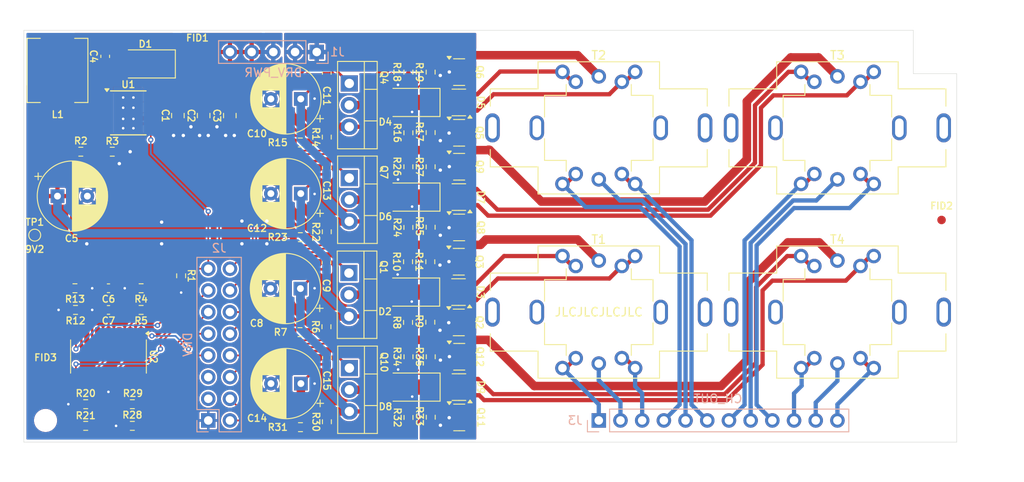
<source format=kicad_pcb>
(kicad_pcb (version 20240108) (generator "pcbnew") (generator_version "8.0")
  (title_block (title "SW32 - Output Board") (date "2024-06-01") (rev "1") (company "saawsm"))
  (layers (0 "F.Cu" signal) (31 "B.Cu" signal) (34 "B.Paste" user) (35 "F.Paste" user) (36 "B.SilkS" user "B.Silkscreen") (37 "F.SilkS" user "F.Silkscreen") (38 "B.Mask" user) (39 "F.Mask" user) (44 "Edge.Cuts" user))
  (net 0 "")
  (net 1 "GND")
  (net 2 "VIN")
  (net 3 "Net-(U1-BOOT)")
  (net 4 "Net-(D1-K)")
  (net 5 "+9V")
  (net 6 "Net-(Q1-G)")
  (net 7 "Net-(Q1-D)")
  (net 8 "Net-(Q4-G)")
  (net 9 "Net-(Q4-D)")
  (net 10 "Net-(Q7-G)")
  (net 11 "Net-(Q7-D)")
  (net 12 "Net-(Q10-G)")
  (net 13 "Net-(Q10-D)")
  (net 14 "Net-(D2-A1)")
  (net 15 "Net-(D3A-A)")
  (net 16 "Net-(Q3-D)")
  (net 17 "Net-(D4-A1)")
  (net 18 "Net-(D5A-A)")
  (net 19 "Net-(Q6-D)")
  (net 20 "Net-(D6-A1)")
  (net 21 "Net-(D7A-A)")
  (net 22 "Net-(Q9-D)")
  (net 23 "Net-(D8-A1)")
  (net 24 "Net-(D9A-A)")
  (net 25 "Net-(Q12-D)")
  (net 26 "/DRV_EN")
  (net 27 "/CH2_LVL")
  (net 28 "/CH3_LVL")
  (net 29 "/CH4_LVL")
  (net 30 "/CH1_LVL")
  (net 31 "/CH4_GA")
  (net 32 "/CH1_GB")
  (net 33 "/CH4_GB")
  (net 34 "/CH1_GA")
  (net 35 "/CH3_GB")
  (net 36 "/CH3_GA")
  (net 37 "/CH2_GB")
  (net 38 "/CH2_GA")
  (net 39 "/Channel 2/OUTA")
  (net 40 "/Channel 4/OUTM")
  (net 41 "/Channel 2/OUTM")
  (net 42 "/Channel 3/OUTA")
  (net 43 "/Channel 4/OUTA")
  (net 44 "/Channel 4/OUTB")
  (net 45 "/Channel 2/OUTB")
  (net 46 "/Channel 1/OUTA")
  (net 47 "/Channel 1/OUTB")
  (net 48 "/Channel 1/OUTM")
  (net 49 "/Channel 3/OUTM")
  (net 50 "/Channel 3/OUTB")
  (net 51 "/PGND")
  (net 52 "Net-(Q2-G)")
  (net 53 "Net-(Q3-G)")
  (net 54 "Net-(Q5-G)")
  (net 55 "Net-(Q6-G)")
  (net 56 "Net-(Q8-G)")
  (net 57 "Net-(Q9-G)")
  (net 58 "Net-(Q11-G)")
  (net 59 "Net-(Q12-G)")
  (net 60 "Net-(U1-VSENSE)")
  (net 61 "Net-(U2A--)")
  (net 63 "Net-(U2B--)")
  (net 65 "Net-(U2C--)")
  (net 66 "Net-(R5-Pad1)")
  (net 67 "Net-(U2D--)")
  (net 68 "Net-(R13-Pad1)")
  (net 71 "Net-(R21-Pad1)")
  (net 72 "Net-(R29-Pad1)")
  (footprint "Capacitor_SMD:C_0603_1608Metric" (layer "F.Cu") (at 112.520381 75.037197 90)
    (property "Reference" "C4")
    (property "Value" "10nF")
  )
  (footprint "Resistor_SMD:R_0603_1608Metric" (layer "F.Cu") (at 148.017032 83.996371 90)
    (property "Reference" "R16")
    (property "Value" "100k")
  )
  (footprint "Resistor_SMD:R_0603_1608Metric" (layer "F.Cu") (at 135.368788 96.228697)
    (property "Reference" "R23")
    (property "Value" "1k")
  )
  (footprint "Resistor_SMD:R_0603_1608Metric" (layer "F.Cu") (at 135.368788 85.136197)
    (property "Reference" "R15")
    (property "Value" "1k")
  )
  (footprint "Resistor_SMD:R_0603_1608Metric" (layer "F.Cu") (at 138.475276 117.862197 90)
    (property "Reference" "R30")
    (property "Value" "2k")
  )
  (footprint "Capacitor_SMD:C_0603_1608Metric" (layer "F.Cu") (at 112.903032 104.755197 180)
    (property "Reference" "C7")
    (property "Value" "100nF")
  )
  (footprint "Capacitor_SMD:C_0603_1608Metric" (layer "F.Cu") (at 138.422032 99.220197 90)
    (property "Reference" "C9")
    (property "Value" "100nF")
  )
  (footprint "Resistor_SMD:R_0603_1608Metric" (layer "F.Cu") (at 150.622032 83.970371 -90)
    (property "Reference" "R17")
    (property "Value" "100")
  )
  (footprint "Resistor_SMD:R_0603_1608Metric" (layer "F.Cu") (at 148.030276 110.245371 -90)
    (property "Reference" "R34")
    (property "Value" "100k")
  )
  (footprint "Package_TO_SOT_SMD:SOT-23" (layer "F.Cu") (at 153.956032 83.996371)
    (property "Reference" "Q5")
    (property "Value" "AO3400A")
  )
  (footprint "SaawLib:L_CJIANG_FXL0630" (layer "F.Cu") (at 106.932381 76.688197 -90)
    (property "Reference" "L1")
    (property "Value" "15uH")
  )
  (footprint "Diode_SMD:D_SMA" (layer "F.Cu") (at 117.222381 75.926197 180)
    (property "Reference" "D1")
    (property "Value" "SS34")
  )
  (footprint "Resistor_SMD:R_0603_1608Metric" (layer "F.Cu") (at 147.977032 106.221371 90)
    (property "Reference" "R8")
    (property "Value" "100k")
  )
  (footprint "Resistor_SMD:R_0603_1608Metric" (layer "F.Cu") (at 135.382032 118.497197)
    (property "Reference" "R31")
    (property "Value" "1k")
  )
  (footprint "Package_TO_SOT_THT:TO-220-3_Vertical" (layer "F.Cu") (at 141.097032 78.212197 -90)
    (property "Reference" "Q4")
    (property "Value" "IRF9Z24NPBF")
  )
  (footprint "Package_SO:TI_SO-PowerPAD-8_ThermalVias" (layer "F.Cu") (at 115.222381 81.663197)
    (property "Reference" "U1")
    (property "Value" "TPS5430DDA")
  )
  (footprint "Resistor_SMD:R_0603_1608Metric" (layer "F.Cu") (at 113.347381 86.213197)
    (property "Reference" "R3")
    (property "Value" "1.5k")
  )
  (footprint "Package_TO_SOT_SMD:SOT-23-3" (layer "F.Cu") (at 153.924032 91.532871 180)
    (property "Reference" "D7")
    (property "Value" "BAV23CL")
  )
  (footprint "Package_TO_SOT_SMD:SOT-23" (layer "F.Cu") (at 153.969276 110.245371)
    (property "Reference" "Q12")
    (property "Value" "AO3400A")
  )
  (footprint "Resistor_SMD:R_0603_1608Metric" (layer "F.Cu") (at 150.622032 87.976871 90)
    (property "Reference" "R27")
    (property "Value" "100")
  )
  (footprint "Package_TO_SOT_SMD:SOT-23" (layer "F.Cu") (at 153.969276 117.357371)
    (property "Reference" "Q11")
    (property "Value" "AO3400A")
  )
  (footprint "Resistor_SMD:R_0603_1608Metric" (layer "F.Cu") (at 121.412032 100.754197 -90)
    (property "Reference" "R1")
    (property "Value" "100k")
  )
  (footprint "SaawLib:42TL_TU" (layer "F.Cu") (at 198.247032 105.009197 -90)
    (property "Reference" "T4")
    (property "Value" "42TL004/42TU200")
  )
  (footprint "TestPoint:TestPoint_Pad_D1.0mm" (layer "F.Cu") (at 104.267032 95.992197)
    (property "Reference" "TP1")
    (property "Value" "9V2")
  )
  (footprint "Resistor_SMD:R_0603_1608Metric" (layer "F.Cu") (at 150.635276 117.331371 -90)
    (property "Reference" "R33")
    (property "Value" "100")
  )
  (footprint "Resistor_SMD:R_0603_1608Metric" (layer "F.Cu") (at 116.726032 104.755197 180)
    (property "Reference" "R5")
    (property "Value" "10k")
  )
  (footprint "SaawLib:42TL_TU" (layer "F.Cu") (at 170.307032 105.009197 -90)
    (property "Reference" "T1")
    (property "Value" "42TL004/42TU200")
  )
  (footprint "Capacitor_SMD:C_0603_1608Metric" (layer "F.Cu") (at 138.462032 88.087697 90)
    (property "Reference" "C13")
    (property "Value" "100nF")
  )
  (footprint "Capacitor_SMD:C_0805_2012Metric" (layer "F.Cu") (at 121.031032 81.977082 90)
    (property "Reference" "C1")
    (property "Value" "22uF")
  )
  (footprint "MountingHole:MountingHole_2.2mm_M2" (layer "F.Cu") (at 105.537032 117.709197)
    (property "Reference" "H2")
    (property "Value" "MountingHole")
  )
  (footprint "Resistor_SMD:R_0603_1608Metric" (layer "F.Cu") (at 138.462032 84.501197 90)
    (property "Reference" "R14")
    (property "Value" "2k")
  )
  (footprint "Resistor_SMD:R_0603_1608Metric" (layer "F.Cu") (at 110.236032 115.804197)
    (property "Reference" "R20")
    (property "Value" "10k")
  )
  (footprint "Fiducial:Fiducial_1mm_Mask2mm" (layer "F.Cu") (at 105.537032 111.994197)
    (property "Reference" "FID3")
    (property "Value" "Fiducial")
  )
  (footprint "Resistor_SMD:R_0603_1608Metric" (layer "F.Cu") (at 150.622032 95.062871 -90)
    (property "Reference" "R25")
    (property "Value" "100")
  )
  (footprint "Capacitor_SMD:C_0805_2012Metric" (layer "F.Cu") (at 124.045683 81.977082 90)
    (property "Reference" "C2")
    (property "Value" "22uF")
  )
  (footprint "Resistor_SMD:R_0603_1608Metric" (layer "F.Cu") (at 138.422032 106.726197 90)
    (property "Reference" "R6")
    (property "Value" "2k")
  )
  (footprint "Resistor_SMD:R_0603_1608Metric" (layer "F.Cu") (at 115.697032 118.344197)
    (property "Reference" "R28")
    (property "Value" "10k")
  )
  (footprint "Package_TO_SOT_SMD:SOT-23" (layer "F.Cu") (at 153.956032 95.088871)
    (property "Reference" "Q8")
    (property "Value" "AO3400A")
  )
  (footprint "Resistor_SMD:R_0603_1608Metric" (layer "F.Cu") (at 108.979032 102.215197)
    (property "Reference" "R13")
    (property "Value" "10k")
  )
  (footprint "Package_TO_SOT_SMD:SOT-23" (layer "F.Cu") (at 153.916032 99.109371)
    (property "Reference" "Q3")
    (property "Value" "AO3400A")
  )
  (footprint "Capacitor_THT:CP_Radial_D8.0mm_P3.50mm" (layer "F.Cu") (at 135.375683 102.252023 180)
    (property "Reference" "C8")
    (property "Value" "220uF")
  )
  (footprint "Diode_SMD:D_SMA" (layer "F.Cu") (at 148.209032 80.440371 180)
    (property "Reference" "D4")
    (property "Value" "SMAJ13A")
  )
  (footprint "Resistor_SMD:R_0603_1608Metric" (layer "F.Cu") (at 148.017032 87.976871 -90)
    (property "Reference" "R26")
    (property "Value" "100k")
  )
  (footprint "Package_TO_SOT_SMD:SOT-23-3" (layer "F.Cu") (at 153.924032 80.440371 180)
    (property "Reference" "D5")
    (property "Value" "BAV23CL")
  )
  (footprint "Resistor_SMD:R_0603_1608Metric" (layer "F.Cu") (at 138.462032 95.593697 90)
    (property "Reference" "R22")
    (property "Value" "2k")
  )
  (footprint "Resistor_SMD:R_0603_1608Metric" (layer "F.Cu") (at 147.977032 99.109371 -90)
    (property "Reference" "R10")
    (property "Value" "100k")
  )
  (footprint "Diode_SMD:D_SMA" (layer "F.Cu") (at 148.209032 91.532871 180)
    (property "Reference" "D6")
    (property "Value" "SMAJ13A")
  )
  (footprint "Resistor_SMD:R_0603_1608Metric" (layer "F.Cu") (at 109.043032 104.755197)
    (property "Reference" "R12")
    (property "Value" "10k")
  )
  (footprint "Diode_SMD:D_SMA" (layer "F.Cu") (at 148.169032 102.665371 180)
    (property "Reference" "D2")
    (property "Value" "SMAJ13A")
  )
  (footprint "Resistor_SMD:R_0603_1608Metric" (layer "F.Cu") (at 115.697032 115.804197 180)
    (property "Reference" "R29")
    (property "Value" "10k")
  )
  (footprint "Fiducial:Fiducial_1mm_Mask2mm" (layer "F.Cu") (at 123.317032 74.529197)
    (property "Reference" "FID1")
    (property "Value" "Fiducial")
  )
  (footprint "SaawLib:42TL_TU" (layer "F.Cu") (at 170.307032 83.419197 -90)
    (property "Reference" "T2")
    (property "Value" "42TL004/42TU200")
  )
  (footprint "Package_SO:SOIC-14_3.9x8.7mm_P1.27mm" (layer "F.Cu") (at 112.903032 110.216197 -90)
    (property "Reference" "U2")
    (property "Value" "LM324DT")
  )
  (footprint "Package_TO_SOT_SMD:SOT-23" (layer "F.Cu") (at 153.956032 76.884371)
    (property "Reference" "Q6")
    (property "Value" "AO3400A")
  )
  (footprint "Capacitor_SMD:C_0603_1608Metric" (layer "F.Cu") (at 112.903032 102.215197 180)
    (property "Reference" "C6")
    (property "Value" "1uF")
  )
  (footprint "Package_TO_SOT_SMD:SOT-23-3" (layer "F.Cu") (at 153.937276 113.801371 180)
    (property "Reference" "D9")
    (property "Value" "BAV23CL")
  )
  (footprint "Package_TO_SOT_SMD:SOT-23" (layer "F.Cu") (at 153.916032 106.221371)
    (property "Reference" "Q2")
    (property "Value" "AO3400A")
  )
  (footprint "Diode_SMD:D_SMA" (layer "F.Cu") (at 148.222276 113.801371 180)
    (property "Reference" "D8")
    (property "Value" "SMAJ13A")
  )
  (footprint "Resistor_SMD:R_0603_1608Metric" (layer "F.Cu") (at 150.635276 110.245371 90)
    (property "Reference" "R35")
    (property "Value" "100")
  )
  (footprint "Package_TO_SOT_SMD:SOT-23-3" (layer "F.Cu") (at 153.884032 102.665371 180)
    (property "Reference" "D3")
    (property "Value" "BAV23CL")
  )
  (footprint "Capacitor_SMD:C_0603_1608Metric" (layer "F.Cu") (at 138.475276 110.356197 90)
    (property "Reference" "C15")
    (property "Value" "100nF")
  )
  (footprint "Capacitor_SMD:C_0603_1608Metric" (layer "F.Cu") (at 138.462032 76.995197 90)
    (property "Reference" "C11")
    (property "Value" "100nF")
  )
  (footprint "MountingHole:MountingHole_2.2mm_M2" (layer "F.Cu") (at 209.677032 117.709197)
    (property "Reference" "H3")
    (property "Value" "MountingHole")
  )
  (footprint "Resistor_SMD:R_0603_1608Metric" (layer "F.Cu") (at 135.328788 107.361197)
    (property "Reference" "R7")
    (property "Value" "1k")
  )
  (footprint "Capacitor_THT:CP_Radial_D8.0mm_P3.50mm" (layer "F.Cu") (at 106.932381 91.420197)
    (property "Reference" "C5")
    (property "Value" "220uF")
  )
  (footprint "Capacitor_THT:CP_Radial_D8.0mm_P3.50mm" (layer "F.Cu") (at 135.428927 113.388023 180)
    (property "Reference" "C14")
    (property "Value" "220uF")
  )
  (footprint "Resistor_SMD:R_0603_1608Metric" (layer "F.Cu") (at 150.622032 76.884371 90)
    (property "Reference" "R19")
    (property "Value" "100")
  )
  (footprint "Resistor_SMD:R_0603_1608Metric" (layer "F.Cu") (at 116.726032 102.215197)
    (property "Reference" "R4")
    (property "Value" "10k")
  )
  (footprint "Resistor_SMD:R_0603_1608Metric" (layer "F.Cu") (at 150.582032 99.109371 90)
    (property "Reference" "R11")
    (property "Value" "100")
  )
  (footprint "Resistor_SMD:R_0603_1608Metric" (layer "F.Cu") (at 148.017032 76.884371 -90)
    (property "Reference" "R18")
    (property "Value" "100k")
  )
  (footprint "Resistor_SMD:R_0603_1608Metric" (layer "F.Cu") (at 150.582032 106.195371 -90)
    (property "Reference" "R9")
    (property "Value" "100")
  )
  (footprint "Package_TO_SOT_SMD:SOT-23" (layer "F.Cu") (at 153.956032 87.976871)
    (property "Reference" "Q9")
    (property "Value" "AO3400A")
  )
  (footprint "Resistor_SMD:R_0603_1608Metric" (layer "F.Cu") (at 148.017032 95.088871 90)
    (property "Reference" "R24")
    (property "Value" "100k")
  )
  (footprint "Resistor_SMD:R_0603_1608Metric" (layer "F.Cu") (at 110.236032 118.344197)
    (property "Reference" "R21")
    (property "Value" "10k")
  )
  (footprint "SaawLib:42TL_TU" (layer "F.Cu") (at 198.247032 83.419197 -90)
    (property "Reference" "T3")
    (property "Value" "42TL004/42TU200")
  )
  (footprint "Resistor_SMD:R_0603_1608Metric" (layer "F.Cu") (at 148.030276 117.357371 90)
    (property "Reference" "R32")
    (property "Value" "100k")
  )
  (footprint "Capacitor_SMD:C_0805_2012Metric" (layer "F.Cu") (at 127.112233 81.977082 90)
    (property "Reference" "C3")
    (property "Value" "22uF")
  )
  (footprint "Package_TO_SOT_THT:TO-220-3_Vertical" (layer "F.Cu") (at 141.110276 111.573197 -90)
    (property "Reference" "Q10")
    (property "Value" "IRF9Z24NPBF")
  )
  (footprint "Resistor_SMD:R_0603_1608Metric" (layer "F.Cu") (at 109.663381 86.213197 180)
    (property "Reference" "R2")
    (property "Value" "10k")
  )
  (footprint "Package_TO_SOT_THT:TO-220-3_Vertical" (layer "F.Cu") (at 141.097032 89.304697 -90)
    (property "Reference" "Q7")
    (property "Value" "IRF9Z24NPBF")
  )
  (footprint "Fiducial:Fiducial_1mm_Mask2mm" (layer "F.Cu") (at 210.439032 94.214197)
    (property "Reference" "FID2")
    (property "Value" "Fiducial")
  )
  (footprint "MountingHole:MountingHole_2.2mm_M2" (layer "F.Cu") (at 184.277032 74.529197)
    (property "Reference" "H1")
    (property "Value" "MountingHole")
  )
  (footprint "Capacitor_THT:CP_Radial_D8.0mm_P3.50mm" (layer "F.Cu") (at 135.415683 91.119523 180)
    (property "Reference" "C12")
    (property "Value" "220uF")
  )
  (footprint "Capacitor_THT:CP_Radial_D8.0mm_P3.50mm" (layer "F.Cu") (at 135.415683 80.027023 180)
    (property "Reference" "C10")
    (property "Value" "220uF")
  )
  (footprint "Package_TO_SOT_THT:TO-220-3_Vertical" (layer "F.Cu") (at 141.057032 100.437197 -90)
    (property "Reference" "Q1")
    (property "Value" "IRF9Z24NPBF")
  )
  (footprint "Connector_PinHeader_2.54mm:PinHeader_2x08_P2.54mm_Vertical" (layer "B.Cu") (at 124.587032 117.709197)
    (property "Reference" "J2")
    (property "Value" "DRV")
  )
  (footprint "Connector_PinSocket_2.54mm:PinSocket_1x12_P2.54mm_Vertical" (layer "B.Cu") (at 170.307032 117.709197 -90)
    (property "Reference" "J3")
    (property "Value" "CH_OUT")
  )
  (footprint "Connector_PinHeader_2.54mm:PinHeader_1x05_P2.54mm_Vertical" (layer "B.Cu") (at 137.287032 74.529197 90)
    (property "Reference" "J1")
    (property "Value" "DRV_PWR")
  )
  (gr_line (start 102.997032 71.989197) (end 207.137032 71.989197) (stroke (width 0.05)) (layer "Edge.Cuts"))
  (gr_line (start 102.997032 120.249197) (end 212.217032 120.249197) (stroke (width 0.05)) (layer "Edge.Cuts"))
  (gr_line (start 212.217032 120.249197) (end 212.217032 77.069197) (stroke (width 0.05)) (layer "Edge.Cuts"))
  (gr_line (start 207.137032 71.989197) (end 207.137032 77.069197) (stroke (width 0.05)) (layer "Edge.Cuts"))
  (gr_line (start 102.997032 120.249197) (end 102.997032 71.989197) (stroke (width 0.05)) (layer "Edge.Cuts"))
  (gr_line (start 207.137032 77.069197) (end 212.217032 77.069197) (stroke (width 0.05)) (layer "Edge.Cuts"))
  (gr_text "JLCJLCJLCJLC" (at 170.307032 105.009197 0) (layer "F.SilkS") (effects (font (size 1 1) (thickness 0.15) (bold yes))))
  (segment (start 119.275032 82.298197) (end 119.903917 82.927082) (width 0.5) (layer "F.Cu") (net 1))
  (segment (start 117.922381 82.298197) (end 119.275032 82.298197) (width 0.5) (layer "F.Cu") (net 1))
  (segment (start 117.922381 82.298197) (end 115.857381 82.298197) (width 0.5) (layer "F.Cu") (net 1))
  (segment (start 115.857381 82.298197) (end 115.222381 81.663197) (width 0.5) (layer "F.Cu") (net 1))
  (segment (start 119.903917 82.927082) (end 121.031032 82.927082) (width 0.5) (layer "F.Cu") (net 1))
  (via (at 114.173032 87.610197) (size 0.8) (drill 0.4) (layers "F.Cu" "B.Cu") (net 1))
  (via (at 114.808032 102.215197) (size 0.6) (drill 0.3) (layers "F.Cu" "B.Cu") (net 1))
  (via (at 119.126032 97.008197) (size 0.8) (drill 0.4) (layers "F.Cu" "B.Cu") (net 1))
  (via (at 121.666032 84.308197) (size 0.8) (drill 0.4) (layers "F.Cu" "B.Cu") (net 1))
  (via (at 120.523032 84.308197) (size 0.8) (drill 0.4) (layers "F.Cu" "B.Cu") (net 1))
  (via (at 124.587032 84.308197) (size 0.8) (drill 0.4) (layers "F.Cu" "B.Cu") (net 1))
  (via (at 119.126032 94.468197) (size 0.8) (drill 0.4) (layers "F.Cu" "B.Cu") (net 1))
  (via (at 126.619032 84.308197) (size 0.8) (drill 0.4) (layers "F.Cu" "B.Cu") (net 1))
  (via (at 113.792032 118.344197) (size 0.6) (drill 0.3) (layers "F.Cu" "B.Cu") (net 1))
  (via (at 127.635032 84.308197) (size 0.8) (drill 0.4) (layers "F.Cu" "B.Cu") (net 1))
  (via (at 146.758788 100.604197) (size 0.6) (drill 0.3) (layers "F.Cu" "B.Cu") (net 1))
  (via (at 108.204032 115.804197) (size 0.6) (drill 0.3) (layers "F.Cu" "B.Cu") (net 1))
  (via (at 110.998032 104.755197) (size 0.6) (drill 0.3) (layers "F.Cu" "B.Cu") (net 1))
  (via (at 125.603032 83.292197) (size 0.8) (drill 0.4) (layers "F.Cu" "B.Cu") (net 1))
  (via (at 110.363032 97.008197) (size 0.8) (drill 0.4) (layers "F.Cu" "B.Cu") (net 1))
  (via (at 137.033032 91.166197) (size 0.6) (drill 0.3) (layers "F.Cu" "B.Cu") (net 1))
  (via (at 110.998032 102.215197) (size 0.6) (drill 0.3) (layers "F.Cu" "B.Cu") (net 1))
  (via (at 128.524032 97.008197) (size 0.8) (drill 0.4) (layers "F.Cu" "B.Cu") (net 1))
  (via (at 146.812032 111.740197) (size 0.6) (drill 0.3) (layers "F.Cu" "B.Cu") (net 1))
  (via (at 148.409788 103.779197) (size 0.6) (drill 0.3) (layers "F.Cu" "B.Cu") (net 1))
  (via (at 137.033032 102.215197) (size 0.6) (drill 0.3) (layers "F.Cu" "B.Cu") (net 1))
  (via (at 137.033032 113.391197) (size 0.6) (drill 0.3) (layers "F.Cu" "B.Cu") (net 1))
  (via (at 146.798788 89.471697) (size 0.6) (drill 0.3) (layers "F.Cu" "B.Cu") (net 1))
  (via (at 131.445032 94.341197) (size 0.8) (drill 0.4) (layers "F.Cu" "B.Cu") (net 1))
  (via (at 137.033032 79.990197) (size 0.6) (drill 0.3) (layers "F.Cu" "B.Cu") (net 1))
  (via (at 128.524032 94.341197) (size 0.8) (drill 0.4) (layers "F.Cu" "B.Cu") (net 1))
  (via (at 107.061032 104.755197) (size 0.6) (drill 0.3) (layers "F.Cu" "B.Cu") (net 1))
  (via (at 122.555032 83.292197) (size 0.8) (drill 0.4) (layers "F.Cu" "B.Cu") (net 1))
  (via (at 148.449788 81.554197) (size 0.6) (drill 0.3) (layers "F.Cu" "B.Cu") (net 1))
  (via (at 123.571032 84.308197) (size 0.8) (drill 0.4) (layers "F.Cu" "B.Cu") (net 1))
  (via (at 131.445032 97.008197) (size 0.8) (drill 0.4) (layers "F.Cu" "B.Cu") (net 1))
  (via (at 148.449788 92.646697) (size 0.6) (drill 0.3) (layers "F.Cu" "B.Cu") (net 1))
  (via (at 121.412032 102.723197) (size 0.6) (drill 0.3) (layers "F.Cu" "B.Cu") (net 1))
  (via (at 115.443032 86.213197) (size 0.8) (drill 0.4) (layers "F.Cu" "B.Cu") (net 1))
  (via (at 148.463032 114.915197) (size 0.6) (drill 0.3) (layers "F.Cu" "B.Cu") (net 1))
  (via (at 112.896788 114.360481) (size 0.6) (drill 0.3) (layers "F.Cu" "B.Cu") (net 1))
  (via (at 146.798788 78.379197) (size 0.6) (drill 0.3) (layers "F.Cu" "B.Cu") (net 1))
  (segment (start 112.520381 79.756197) (end 112.522381 79.758197) (width 0.3) (layer "F.Cu") (net 3))
  (segment (start 112.520381 75.812197) (end 112.520381 79.756197) (width 0.3) (layer "F.Cu") (net 3))
  (segment (start 145.897032 91.532871) (end 146.209032 91.532871) (width 0.5) (layer "F.Cu") (net 5))
  (segment (start 145.910276 113.801371) (end 146.222276 113.801371) (width 0.5) (layer "F.Cu") (net 5))
  (segment (start 141.110276 116.653197) (end 143.05845 116.653197) (width 0.5) (layer "F.Cu") (net 5))
  (segment (start 137.363962 94.384697) (end 141.097032 94.384697) (width 1) (layer "F.Cu") (net 5))
  (segment (start 135.415683 81.343918) (end 137.363962 83.292197) (width 1) (layer "F.Cu") (net 5))
  (segment (start 108.394532 93.325197) (end 107.823032 93.325197) (width 0.3) (layer "F.Cu") (net 5))
  (segment (start 137.685753 111.131197) (end 135.428927 113.388023) (width 0.3) (layer "F.Cu") (net 5))
  (segment (start 135.375683 102.252023) (end 135.375683 103.568918) (width 1) (layer "F.Cu") (net 5))
  (segment (start 135.428927 114.704918) (end 137.377206 116.653197) (width 1) (layer "F.Cu") (net 5))
  (segment (start 141.057032 105.517197) (end 143.005206 105.517197) (width 0.5) (layer "F.Cu") (net 5))
  (segment (start 137.323962 105.517197) (end 141.057032 105.517197) (width 1) (layer "F.Cu") (net 5))
  (segment (start 141.097032 94.384697) (end 143.045206 94.384697) (width 0.5) (layer "F.Cu") (net 5))
  (segment (start 137.363962 83.292197) (end 141.097032 83.292197) (width 1) (layer "F.Cu") (net 5))
  (segment (start 138.462032 77.770197) (end 137.672509 77.770197) (width 0.3) (layer "F.Cu") (net 5))
  (segment (start 143.05845 116.653197) (end 145.910276 113.801371) (width 0.5) (layer "F.Cu") (net 5))
  (segment (start 145.897032 80.440371) (end 146.209032 80.440371) (width 0.5) (layer "F.Cu") (net 5))
  (segment (start 135.415683 91.119523) (end 135.415683 92.436418) (width 1) (layer "F.Cu") (net 5))
  (segment (start 135.415683 80.027023) (end 135.415683 81.343918) (width 1) (layer "F.Cu") (net 5))
  (segment (start 138.462032 88.862697) (end 137.672509 88.862697) (width 0.3) (layer "F.Cu") (net 5))
  (segment (start 135.375683 103.568918) (end 137.323962 105.517197) (width 1) (layer "F.Cu") (net 5))
  (segment (start 137.632509 99.995197) (end 135.375683 102.252023) (width 0.3) (layer "F.Cu") (net 5))
  (segment (start 143.045206 83.292197) (end 145.897032 80.440371) (width 0.5) (layer "F.Cu") (net 5))
  (segment (start 108.838381 86.213197) (end 108.838381 92.881348) (width 0.3) (layer "F.Cu") (net 5))
  (segment (start 110.363032 99.294197) (end 108.077032 97.008197) (width 0.3) (layer "F.Cu") (net 5))
  (segment (start 143.005206 105.517197) (end 145.857032 102.665371) (width 0.5) (layer "F.Cu") (net 5))
  (segment (start 135.415683 92.436418) (end 137.363962 94.384697) (width 1) (layer "F.Cu") (net 5))
  (segment (start 145.857032 102.665371) (end 146.169032 102.665371) (width 0.5) (layer "F.Cu") (net 5))
  (segment (start 113.678032 104.755197) (end 112.903032 105.530197) (width 0.3) (layer "F.Cu") (net 5))
  (segment (start 143.045206 94.384697) (end 145.897032 91.532871) (width 0.5) (layer "F.Cu") (net 5))
  (segment (start 112.903032 105.530197) (end 112.903032 107.741197) (width 0.3) (layer "F.Cu") (net 5))
  (segment (start 113.678032 102.215197) (end 113.678032 101.466197) (width 0.3) (layer "F.Cu") (net 5))
  (segment (start 141.057032 105.517197) (end 140.970032 105.430197) (width 1) (layer "F.Cu") (net 5))
  (segment (start 141.097032 94.384697) (end 141.010032 94.297697) (width 1) (layer "F.Cu") (net 5))
  (segment (start 141.110276 116.653197) (end 141.023276 116.566197) (width 1) (layer "F.Cu") (net 5))
  (segment (start 113.678032 104.755197) (end 113.678032 102.215197) (width 0.3) (layer "F.Cu") (net 5))
  (segment (start 137.377206 116.653197) (end 141.110276 116.653197) (width 1) (layer "F.Cu") (net 5))
  (segment (start 141.097032 83.292197) (end 143.045206 83.292197) (width 0.5) (layer "F.Cu") (net 5))
  (segment (start 137.672509 77.770197) (end 135.415683 80.027023) (width 0.3) (layer "F.Cu") (net 5))
  (segment (start 135.428927 113.388023) (end 135.428927 114.704918) (width 1) (layer "F.Cu") (net 5))
  (segment (start 108.838381 92.881348) (end 108.394532 93.325197) (width 0.3) (layer "F.Cu") (net 5))
  (segment (start 111.506032 99.294197) (end 110.363032 99.294197) (width 0.3) (layer "F.Cu") (net 5))
  (segment (start 113.678032 101.466197) (end 111.506032 99.294197) (width 0.3) (layer "F.Cu") (net 5))
  (segment (start 141.097032 83.292197) (end 141.010032 83.205197) (width 1) (layer "F.Cu") (net 5))
  (segment (start 138.422032 99.995197) (end 137.632509 99.995197) (width 0.3) (layer "F.Cu") (net 5))
  (segment (start 137.672509 88.862697) (end 135.415683 91.119523) (width 0.3) (layer "F.Cu") (net 5))
  (segment (start 138.475276 111.131197) (end 137.685753 111.131197) (width 0.3) (layer "F.Cu") (net 5))
  (segment (start 109.484032 95.771848) (end 135.415683 95.771848) (width 1) (layer "B.Cu") (net 5))
  (segment (start 135.375683 106.907848) (end 138.430032 109.962197) (width 1) (layer "B.Cu") (net 5))
  (segment (start 138.430032 98.786197) (end 138.430032 102.890197) (width 1) (layer "B.Cu") (net 5))
  (segment (start 138.430032 113.972953) (end 141.110276 116.653197) (width 1) (layer "B.Cu") (net 5))
  (segment (start 135.375683 102.252023) (end 135.375683 106.907848) (width 1) (layer "B.Cu") (net 5))
  (segment (start 135.375683 91.159523) (end 135.415683 91.119523) (width 1) (layer "B.Cu") (net 5))
  (segment (start 135.428927 102.305267) (end 135.375683 102.252023) (width 1) (layer "B.Cu") (net 5))
  (segment (start 138.430032 109.962197) (end 138.430032 113.972953) (width 1) (layer "B.Cu") (net 5))
  (segment (start 135.415683 80.027023) (end 135.415683 84.722848) (width 1) (layer "B.Cu") (net 5))
  (segment (start 135.415683 84.722848) (end 138.430032 87.737197) (width 1) (layer "B.Cu") (net 5))
  (segment (start 135.415683 91.119523) (end 135.415683 95.771848) (width 1) (layer "B.Cu") (net 5))
  (segment (start 138.430032 87.737197) (end 138.430032 91.717697) (width 1) (layer "B.Cu") (net 5))
  (segment (start 106.932381 91.420197) (end 106.932381 93.220197) (width 1) (layer "B.Cu") (net 5))
  (segment (start 106.932381 93.220197) (end 109.484032 95.771848) (width 1) (layer "B.Cu") (net 5))
  (segment (start 138.430032 102.890197) (end 141.057032 105.517197) (width 1) (layer "B.Cu") (net 5))
  (segment (start 135.415683 95.771848) (end 138.430032 98.786197) (width 1) (layer "B.Cu") (net 5))
  (segment (start 138.430032 91.717697) (end 141.097032 94.384697) (width 1) (layer "B.Cu") (net 5))
  (segment (start 136.153788 107.361197) (end 136.153788 107.265257) (width 0.3) (layer "F.Cu") (net 6))
  (segment (start 136.153788 107.361197) (end 136.930032 107.361197) (width 0.3) (layer "F.Cu") (net 6))
  (segment (start 136.153788 107.265257) (end 133.691032 104.802501) (width 0.3) (layer "F.Cu") (net 6))
  (segment (start 139.065032 98.445197) (end 138.422032 98.445197) (width 0.3) (layer "F.Cu") (net 6))
  (segment (start 136.231032 98.445197) (end 138.422032 98.445197) (width 0.3) (layer "F.Cu") (net 6))
  (segment (start 141.057032 100.437197) (end 139.065032 98.445197) (width 0.3) (layer "F.Cu") (net 6))
  (segment (start 133.691032 100.985197) (end 136.231032 98.445197) (width 0.3) (layer "F.Cu") (net 6))
  (segment (start 136.930032 107.361197) (end 137.120032 107.551197) (width 0.3) (layer "F.Cu") (net 6))
  (segment (start 137.120032 107.551197) (end 138.422032 107.551197) (width 0.3) (layer "F.Cu") (net 6))
  (segment (start 133.691032 104.802501) (end 133.691032 100.985197) (width 0.3) (layer "F.Cu") (net 6))
  (segment (start 170.307032 98.974197) (end 167.833032 96.500197) (width 1) (layer "F.Cu") (net 7))
  (segment (start 142.56191 102.977197) (end 141.057032 102.977197) (width 1) (layer "F.Cu") (net 7))
  (segment (start 167.833032 96.500197) (end 157.092715 96.500197) (width 1) (layer "F.Cu") (net 7))
  (segment (start 157.092715 96.500197) (end 156.464032 97.12888) (width 1) (layer "F.Cu") (net 7))
  (segment (start 143.533622 102.005485) (end 142.56191 102.977197) (width 1) (layer "F.Cu") (net 7))
  (segment (start 156.464032 97.12888) (end 146.948523 97.12888) (width 1) (layer "F.Cu") (net 7))
  (segment (start 143.533622 100.543781) (end 143.533622 102.005485) (width 1) (layer "F.Cu") (net 7))
  (segment (start 146.948523 97.12888) (end 143.533622 100.543781) (width 1) (layer "F.Cu") (net 7))
  (segment (start 133.731032 82.577501) (end 133.731032 78.760197) (width 0.3) (layer "F.Cu") (net 8))
  (segment (start 136.193788 85.136197) (end 136.970032 85.136197) (width 0.3) (layer "F.Cu") (net 8))
  (segment (start 136.271032 76.220197) (end 138.462032 76.220197) (width 0.3) (layer "F.Cu") (net 8))
  (segment (start 136.193788 85.136197) (end 136.193788 85.040257) (width 0.3) (layer "F.Cu") (net 8))
  (segment (start 141.097032 78.212197) (end 139.105032 76.220197) (width 0.3) (layer "F.Cu") (net 8))
  (segment (start 136.970032 85.136197) (end 137.160032 85.326197) (width 0.3) (layer "F.Cu") (net 8))
  (segment (start 133.731032 78.760197) (end 136.271032 76.220197) (width 0.3) (layer "F.Cu") (net 8))
  (segment (start 137.160032 85.326197) (end 138.462032 85.326197) (width 0.3) (layer "F.Cu") (net 8))
  (segment (start 139.105032 76.220197) (end 138.462032 76.220197) (width 0.3) (layer "F.Cu") (net 8))
  (segment (start 136.193788 85.040257) (end 133.731032 82.577501) (width 0.3) (layer "F.Cu") (net 8))
  (segment (start 167.826715 74.90388) (end 170.307032 77.384197) (width 1) (layer "F.Cu") (net 9))
  (segment (start 143.573622 79.780485) (end 143.573622 78.318781) (width 1) (layer "F.Cu") (net 9))
  (segment (start 146.988523 74.90388) (end 157.33175 74.90388) (width 1) (layer "F.Cu") (net 9))
  (segment (start 157.33175 74.90388) (end 167.826715 74.90388) (width 1) (layer "F.Cu") (net 9))
  (segment (start 143.573622 78.318781) (end 146.988523 74.90388) (width 1) (layer "F.Cu") (net 9))
  (segment (start 141.097032 80.752197) (end 142.60191 80.752197) (width 1) (layer "F.Cu") (net 9))
  (segment (start 142.60191 80.752197) (end 143.573622 79.780485) (width 1) (layer "F.Cu") (net 9))
  (segment (start 133.731032 89.852697) (end 136.271032 87.312697) (width 0.3) (layer "F.Cu") (net 10))
  (segment (start 139.105032 87.312697) (end 138.462032 87.312697) (width 0.3) (layer "F.Cu") (net 10))
  (segment (start 133.731032 93.670001) (end 133.731032 89.852697) (width 0.3) (layer "F.Cu") (net 10))
  (segment (start 136.271032 87.312697) (end 138.462032 87.312697) (width 0.3) (layer "F.Cu") (net 10))
  (segment (start 136.193788 96.228697) (end 136.193788 96.132757) (width 0.3) (layer "F.Cu") (net 10))
  (segment (start 136.193788 96.228697) (end 136.970032 96.228697) (width 0.3) (layer "F.Cu") (net 10))
  (segment (start 141.097032 89.304697) (end 139.105032 87.312697) (width 0.3) (layer "F.Cu") (net 10))
  (segment (start 136.970032 96.228697) (end 137.160032 96.418697) (width 0.3) (layer "F.Cu") (net 10))
  (segment (start 136.193788 96.132757) (end 133.731032 93.670001) (width 0.3) (layer "F.Cu") (net 10))
  (segment (start 137.160032 96.418697) (end 138.462032 96.418697) (width 0.3) (layer "F.Cu") (net 10))
  (segment (start 187.645032 80.305197) (end 192.786032 75.164197) (width 1) (layer "F.Cu") (net 11))
  (segment (start 157.303061 86.025069) (end 157.33175 85.99638) (width 1) (layer "F.Cu") (net 11))
  (segment (start 196.027032 75.164197) (end 198.247032 77.384197) (width 1) (layer "F.Cu") (net 11))
  (segment (start 143.573622 89.411281) (end 146.959834 86.025069) (width 1) (layer "F.Cu") (net 11))
  (segment (start 157.517215 85.99638) (end 163.576032 92.055197) (width 1) (layer "F.Cu") (net 11))
  (segment (start 142.60191 91.844697) (end 143.573622 90.872985) (width 1) (layer "F.Cu") (net 11))
  (segment (start 141.097032 91.844697) (end 142.60191 91.844697) (width 1) (layer "F.Cu") (net 11))
  (segment (start 157.33175 85.99638) (end 157.517215 85.99638) (width 1) (layer "F.Cu") (net 11))
  (segment (start 192.786032 75.164197) (end 196.027032 75.164197) (width 1) (layer "F.Cu") (net 11))
  (segment (start 163.576032 92.055197) (end 182.70558 92.055197) (width 1) (layer "F.Cu") (net 11))
  (segment (start 187.645032 87.115745) (end 187.645032 80.305197) (width 1) (layer "F.Cu") (net 11))
  (segment (start 143.573622 90.872985) (end 143.573622 89.411281) (width 1) (layer "F.Cu") (net 11))
  (segment (start 146.959834 86.025069) (end 157.303061 86.025069) (width 1) (layer "F.Cu") (net 11))
  (segment (start 182.70558 92.055197) (end 187.645032 87.115745) (width 1) (layer "F.Cu") (net 11))
  (segment (start 133.744276 115.938501) (end 133.744276 112.121197) (width 0.3) (layer "F.Cu") (net 12))
  (segment (start 137.173276 118.687197) (end 138.475276 118.687197) (width 0.3) (layer "F.Cu") (net 12))
  (segment (start 133.744276 112.121197) (end 136.284276 109.581197) (width 0.3) (layer "F.Cu") (net 12))
  (segment (start 136.983276 118.497197) (end 137.173276 118.687197) (width 0.3) (layer "F.Cu") (net 12))
  (segment (start 136.284276 109.581197) (end 138.475276 109.581197) (width 0.3) (layer "F.Cu") (net 12))
  (segment (start 141.110276 111.573197) (end 139.118276 109.581197) (width 0.3) (layer "F.Cu") (net 12))
  (segment (start 136.207032 118.497197) (end 136.207032 118.401257) (width 0.3) (layer "F.Cu") (net 12))
  (segment (start 139.118276 109.581197) (end 138.475276 109.581197) (width 0.3) (layer "F.Cu") (net 12))
  (segment (start 136.207032 118.497197) (end 136.983276 118.497197) (width 0.3) (layer "F.Cu") (net 12))
  (segment (start 136.207032 118.401257) (end 133.744276 115.938501) (width 0.3) (layer "F.Cu") (net 12))
  (segment (start 142.615154 114.113197) (end 143.586866 113.141485) (width 1) (layer "F.Cu") (net 13))
  (segment (start 187.772032 110.531197) (end 187.772032 101.514197) (width 1) (layer "F.Cu") (net 13))
  (segment (start 196.114038 96.841203) (end 198.247032 98.974197) (width 1) (layer "F.Cu") (net 13))
  (segment (start 192.445026 96.841203) (end 196.114038 96.841203) (width 1) (layer "F.Cu") (net 13))
  (segment (start 162.756903 113.676789) (end 184.62644 113.676789) (width 1) (layer "F.Cu") (net 13))
  (segment (start 147.001767 108.26488) (end 157.344994 108.26488) (width 1) (layer "F.Cu") (net 13))
  (segment (start 187.772032 101.514197) (end 192.445026 96.841203) (width 1) (layer "F.Cu") (net 13))
  (segment (start 143.586866 113.141485) (end 143.586866 111.679781) (width 1) (layer "F.Cu") (net 13))
  (segment (start 157.344994 108.26488) (end 162.756903 113.676789) (width 1) (layer "F.Cu") (net 13))
  (segment (start 184.62644 113.676789) (end 187.772032 110.531197) (width 1) (layer "F.Cu") (net 13))
  (segment (start 141.110276 114.113197) (end 142.615154 114.113197) (width 1) (layer "F.Cu") (net 13))
  (segment (start 143.586866 111.679781) (end 147.001767 108.26488) (width 1) (layer "F.Cu") (net 13))
  (segment (start 150.169032 102.665371) (end 152.746532 102.665371) (width 0.5) (layer "F.Cu") (net 14))
  (segment (start 154.853532 106.221371) (end 155.027032 106.047871) (width 0.5) (layer "F.Cu") (net 15))
  (segment (start 155.027032 103.620871) (end 155.021532 103.615371) (width 0.5) (layer "F.Cu") (net 15))
  (segment (start 158.496032 101.072197) (end 155.952858 103.615371) (width 0.5) (layer "F.Cu") (net 15))
  (segment (start 173.007032 99.609197) (end 171.544032 101.072197) (width 0.5) (layer "F.Cu") (net 15))
  (segment (start 171.544032 101.072197) (end 158.496032 101.072197) (width 0.5) (layer "F.Cu") (net 15))
  (segment (start 155.952858 103.615371) (end 155.021532 103.615371) (width 0.5) (layer "F.Cu") (net 15))
  (segment (start 173.007032 99.609197) (end 173.395632 99.609197) (width 0.5) (layer "F.Cu") (net 15))
  (segment (start 155.027032 106.047871) (end 155.027032 103.620871) (width 0.5) (layer "F.Cu") (net 15))
  (segment (start 173.395632 99.609197) (end 174.561532 98.443297) (width 0.5) (layer "F.Cu") (net 15))
  (segment (start 167.218432 99.609197) (end 166.052532 98.443297) (width 0.5) (layer "F.Cu") (net 16))
  (segment (start 155.947858 101.715371) (end 155.021532 101.715371) (width 0.5) (layer "F.Cu") (net 16))
  (segment (start 167.607032 99.609197) (end 167.218432 99.609197) (width 0.5) (layer "F.Cu") (net 16))
  (segment (start 166.052532 98.443297) (end 159.219932 98.443297) (width 0.5) (layer "F.Cu") (net 16))
  (segment (start 155.021532 99.277371) (end 154.853532 99.109371) (width 0.5) (layer "F.Cu") (net 16))
  (segment (start 159.219932 98.443297) (end 155.947858 101.715371) (width 0.5) (layer "F.Cu") (net 16))
  (segment (start 155.021532 101.715371) (end 155.021532 99.277371) (width 0.5) (layer "F.Cu") (net 16))
  (segment (start 150.209032 80.440371) (end 152.786532 80.440371) (width 0.5) (layer "F.Cu") (net 17))
  (segment (start 155.067032 81.395871) (end 155.061532 81.390371) (width 0.5) (layer "F.Cu") (net 18))
  (segment (start 173.395632 78.019197) (end 174.561532 76.853297) (width 0.5) (layer "F.Cu") (net 18))
  (segment (start 173.007032 78.019197) (end 173.395632 78.019197) (width 0.5) (layer "F.Cu") (net 18))
  (segment (start 155.067032 83.822871) (end 155.067032 81.395871) (width 0.5) (layer "F.Cu") (net 18))
  (segment (start 171.544032 79.482197) (end 173.007032 78.019197) (width 0.5) (layer "F.Cu") (net 18))
  (segment (start 154.893532 83.996371) (end 155.067032 83.822871) (width 0.5) (layer "F.Cu") (net 18))
  (segment (start 157.988032 79.482197) (end 171.544032 79.482197) (width 0.5) (layer "F.Cu") (net 18))
  (segment (start 156.079858 81.390371) (end 157.988032 79.482197) (width 0.5) (layer "F.Cu") (net 18))
  (segment (start 155.061532 81.390371) (end 156.079858 81.390371) (width 0.5) (layer "F.Cu") (net 18))
  (segment (start 167.607032 78.019197) (end 167.218432 78.019197) (width 0.5) (layer "F.Cu") (net 19))
  (segment (start 166.014432 76.815197) (end 166.052532 76.853297) (width 0.5) (layer "F.Cu") (net 19))
  (segment (start 167.218432 78.019197) (end 166.052532 76.853297) (width 0.5) (layer "F.Cu") (net 19))
  (segment (start 158.750032 76.815197) (end 166.014432 76.815197) (width 0.5) (layer "F.Cu") (net 19))
  (segment (start 156.074858 79.490371) (end 158.750032 76.815197) (width 0.5) (layer "F.Cu") (net 19))
  (segment (start 155.061532 77.052371) (end 154.893532 76.884371) (width 0.5) (layer "F.Cu") (net 19))
  (segment (start 155.061532 79.490371) (end 156.074858 79.490371) (width 0.5) (layer "F.Cu") (net 19))
  (segment (start 155.061532 79.490371) (end 155.061532 77.052371) (width 0.5) (layer "F.Cu") (net 19))
  (segment (start 150.209032 91.532871) (end 152.786532 91.532871) (width 0.5) (layer "F.Cu") (net 20))
  (segment (start 199.357032 79.609197) (end 190.754032 79.609197) (width 0.5) (layer "F.Cu") (net 21))
  (segment (start 156.129706 92.482871) (end 155.061532 92.482871) (width 0.5) (layer "F.Cu") (net 21))
  (segment (start 183.388032 93.706197) (end 157.353032 93.706197) (width 0.5) (layer "F.Cu") (net 21))
  (segment (start 201.335632 78.019197) (end 202.501532 76.853297) (width 0.5) (layer "F.Cu") (net 21))
  (segment (start 154.893532 95.088871) (end 155.067032 94.915371) (width 0.5) (layer "F.Cu") (net 21))
  (segment (start 189.295032 81.068197) (end 189.295032 87.799197) (width 0.5) (layer "F.Cu") (net 21))
  (segment (start 189.295032 87.799197) (end 183.388032 93.706197) (width 0.5) (layer "F.Cu") (net 21))
  (segment (start 155.067032 94.915371) (end 155.067032 92.488371) (width 0.5) (layer "F.Cu") (net 21))
  (segment (start 157.353032 93.706197) (end 156.129706 92.482871) (width 0.5) (layer "F.Cu") (net 21))
  (segment (start 200.947032 78.019197) (end 201.335632 78.019197) (width 0.5) (layer "F.Cu") (net 21))
  (segment (start 200.947032 78.019197) (end 199.357032 79.609197) (width 0.5) (layer "F.Cu") (net 21))
  (segment (start 190.754032 79.609197) (end 189.295032 81.068197) (width 0.5) (layer "F.Cu") (net 21))
  (segment (start 155.067032 92.488371) (end 155.061532 92.482871) (width 0.5) (layer "F.Cu") (net 21))
  (segment (start 155.061532 88.144871) (end 154.893532 87.976871) (width 0.5) (layer "F.Cu") (net 22))
  (segment (start 188.595032 87.509247) (end 188.595032 80.778247) (width 0.5) (layer "F.Cu") (net 22))
  (segment (start 156.007706 90.582871) (end 158.431032 93.006197) (width 0.5) (layer "F.Cu") (net 22))
  (segment (start 188.595032 80.778247) (end 192.519982 76.853297) (width 0.5) (layer "F.Cu") (net 22))
  (segment (start 158.431032 93.006197) (end 183.098082 93.006197) (width 0.5) (layer "F.Cu") (net 22))
  (segment (start 155.061532 90.582871) (end 155.061532 88.144871) (width 0.5) (layer "F.Cu") (net 22))
  (segment (start 183.098082 93.006197) (end 188.595032 87.509247) (width 0.5) (layer "F.Cu") (net 22))
  (segment (start 195.158432 78.019197) (end 193.992532 76.853297) (width 0.5) (layer "F.Cu") (net 22))
  (segment (start 195.547032 78.019197) (end 195.158432 78.019197) (width 0.5) (layer "F.Cu") (net 22))
  (segment (start 155.061532 90.582871) (end 156.007706 90.582871) (width 0.5) (layer "F.Cu") (net 22))
  (segment (start 192.519982 76.853297) (end 193.992532 76.853297) (width 0.5) (layer "F.Cu") (net 22))
  (segment (start 150.222276 113.801371) (end 152.799776 113.801371) (width 0.5) (layer "F.Cu") (net 23))
  (segment (start 202.112932 98.443297) (end 200.947032 99.609197) (width 0.5) (layer "F.Cu") (net 24))
  (segment (start 156.875624 115.326789) (end 156.300206 114.751371) (width 0.5) (layer "F.Cu") (net 24))
  (segment (start 155.080276 117.183871) (end 155.080276 114.756871) (width 0.5) (layer "F.Cu") (net 24))
  (segment (start 156.300206 114.751371) (end 155.074776 114.751371) (width 0.5) (layer "F.Cu") (net 24))
  (segment (start 155.080276 114.756871) (end 155.074776 114.751371) (width 0.5) (layer "F.Cu") (net 24))
  (segment (start 189.484032 111.178415) (end 185.335658 115.326789) (width 0.5) (layer "F.Cu") (net 24))
  (segment (start 190.627032 101.326197) (end 189.484032 102.469197) (width 0.5) (layer "F.Cu") (net 24))
  (segment (start 185.335658 115.326789) (end 156.875624 115.326789) (width 0.5) (layer "F.Cu") (net 24))
  (segment (start 199.230032 101.326197) (end 190.627032 101.326197) (width 0.5) (layer "F.Cu") (net 24))
  (segment (start 154.906776 117.357371) (end 155.080276 117.183871) (width 0.5) (layer "F.Cu") (net 24))
  (segment (start 202.501532 98.443297) (end 202.112932 98.443297) (width 0.5) (layer "F.Cu") (net 24))
  (segment (start 200.947032 99.609197) (end 199.230032 101.326197) (width 0.5) (layer "F.Cu") (net 24))
  (segment (start 189.484032 102.469197) (end 189.484032 111.178415) (width 0.5) (layer "F.Cu") (net 24))
  (segment (start 192.366932 98.443297) (end 188.722032 102.088197) (width 0.5) (layer "F.Cu") (net 25))
  (segment (start 155.074776 112.851371) (end 155.074776 110.413371) (width 0.5) (layer "F.Cu") (net 25))
  (segment (start 195.158432 99.609197) (end 193.992532 98.443297) (width 0.5) (layer "F.Cu") (net 25))
  (segment (start 193.992532 98.443297) (end 192.366932 98.443297) (width 0.5) (layer "F.Cu") (net 25))
  (segment (start 188.722032 102.088197) (end 188.722032 110.950465) (width 0.5) (layer "F.Cu") (net 25))
  (segment (start 156.178206 112.851371) (end 155.074776 112.851371) (width 0.5) (layer "F.Cu") (net 25))
  (segment (start 195.547032 99.609197) (end 195.158432 99.609197) (width 0.5) (layer "F.Cu") (net 25))
  (segment (start 188.722032 110.950465) (end 185.045708 114.626789) (width 0.5) (layer "F.Cu") (net 25))
  (segment (start 157.953624 114.626789) (end 156.178206 112.851371) (width 0.5) (layer "F.Cu") (net 25))
  (segment (start 185.045708 114.626789) (end 157.953624 114.626789) (width 0.5) (layer "F.Cu") (net 25))
  (segment (start 155.074776 110.413371) (end 154.906776 110.245371) (width 0.5) (layer "F.Cu") (net 25))
  (segment (start 117.856032 83.634546) (end 117.922381 83.568197) (width 0.2) (layer "F.Cu") (net 26))
  (segment (start 117.856032 84.816197) (end 117.856032 83.634546) (width 0.2) (layer "F.Cu") (net 26))
  (segment (start 121.412032 99.929197) (end 124.587032 99.929197) (width 0.2) (layer "F.Cu") (net 26))
  (segment (start 124.587032 93.198197) (end 124.587032 99.929197) (width 0.2) (layer "F.Cu") (net 26))
  (via (at 117.856032 84.816197) (size 0.6) (drill 0.3) (layers "F.Cu" "B.Cu") (net 26))
  (via (at 124.587032 93.198197) (size 0.6) (drill 0.3) (layers "F.Cu" "B.Cu") (net 26))
  (segment (start 117.856032 86.467197) (end 124.587032 93.198197) (width 0.2) (layer "B.Cu") (net 26))
  (segment (start 117.856032 84.816197) (end 117.856032 86.467197) (width 0.2) (layer "B.Cu") (net 26))
  (segment (start 111.633032 108.946197) (end 112.754539 110.067704) (width 0.2) (layer "F.Cu") (net 27))
  (segment (start 119.528525 110.067704) (end 124.587032 105.009197) (width 0.2) (layer "F.Cu") (net 27))
  (segment (start 112.754539 110.067704) (end 119.528525 110.067704) (width 0.2) (layer "F.Cu") (net 27))
  (segment (start 111.633032 107.741197) (end 111.633032 108.946197) (width 0.2) (layer "F.Cu") (net 27))
  (segment (start 124.587032 107.549197) (end 122.612718 107.549197) (width 0.2) (layer "F.Cu") (net 28))
  (segment (start 119.694211 110.467704) (end 112.651525 110.467704) (width 0.2) (layer "F.Cu") (net 28))
  (segment (start 112.651525 110.467704) (end 111.633032 111.486197) (width 0.2) (layer "F.Cu") (net 28))
  (segment (start 122.612718 107.549197) (end 119.694211 110.467704) (width 0.2) (layer "F.Cu") (net 28))
  (segment (start 111.633032 111.486197) (end 111.633032 112.691197) (width 0.2) (layer "F.Cu") (net 28))
  (segment (start 122.263032 110.889197) (end 123.063032 110.089197) (width 0.2) (layer "F.Cu") (net 29))
  (segment (start 114.173032 111.486197) (end 114.770032 110.889197) (width 0.2) (layer "F.Cu") (net 29))
  (segment (start 123.063032 110.089197) (end 124.587032 110.089197) (width 0.2) (layer "F.Cu") (net 29))
  (segment (start 114.173032 112.691197) (end 114.173032 111.486197) (width 0.2) (layer "F.Cu") (net 29))
  (segment (start 114.770032 110.889197) (end 122.263032 110.889197) (width 0.2) (layer "F.Cu") (net 29))
  (segment (start 117.392743 109.663486) (end 124.587032 102.469197) (width 0.2) (layer "F.Cu") (net 30))
  (segment (start 114.173032 107.741197) (end 114.173032 108.946197) (width 0.2) (layer "F.Cu") (net 30))
  (segment (start 114.890321 109.663486) (end 117.392743 109.663486) (width 0.2) (layer "F.Cu") (net 30))
  (segment (start 114.173032 108.946197) (end 114.890321 109.663486) (width 0.2) (layer "F.Cu") (net 30))
  (segment (start 131.407032 119.449197) (end 127.127032 115.169197) (width 0.2) (layer "F.Cu") (net 31))
  (segment (start 148.030276 109.420371) (end 148.911499 109.420371) (width 0.3) (layer "F.Cu") (net 31))
  (segment (start 150.519911 111.070371) (end 149.342085 112.248197) (width 0.2) (layer "F.Cu") (net 31))
  (segment (start 148.209032 114.280197) (end 143.040032 119.449197) (width 0.2) (layer "F.Cu") (net 31))
  (segment (start 150.635276 111.070371) (end 150.519911 111.070371) (width 0.2) (layer "F.Cu") (net 31))
  (segment (start 150.561499 111.070371) (end 150.635276 111.070371) (width 0.3) (layer "F.Cu") (net 31))
  (segment (start 148.209032 112.946697) (end 148.209032 114.280197) (width 0.2) (layer "F.Cu") (net 31))
  (segment (start 148.907532 112.248197) (end 148.209032 112.946697) (width 0.2) (layer "F.Cu") (net 31))
  (segment (start 148.911499 109.420371) (end 150.561499 111.070371) (width 0.3) (layer "F.Cu") (net 31))
  (segment (start 149.342085 112.248197) (end 148.907532 112.248197) (width 0.2) (layer "F.Cu") (net 31))
  (segment (start 143.040032 119.449197) (end 131.407032 119.449197) (width 0.2) (layer "F.Cu") (net 31))
  (segment (start 131.043032 108.713197) (end 127.127032 112.629197) (width 0.2) (layer "F.Cu") (net 32))
  (segment (start 143.221788 108.713197) (end 131.043032 108.713197) (width 0.2) (layer "F.Cu") (net 32))
  (segment (start 144.888614 107.046371) (end 143.221788 108.713197) (width 0.2) (layer "F.Cu") (net 32))
  (segment (start 147.977032 107.046371) (end 144.888614 107.046371) (width 0.2) (layer "F.Cu") (net 32))
  (segment (start 150.511552 105.370371) (end 150.582032 105.370371) (width 0.3) (layer "F.Cu") (net 32))
  (segment (start 147.977032 107.046371) (end 148.835552 107.046371) (width 0.3) (layer "F.Cu") (net 32))
  (segment (start 148.835552 107.046371) (end 150.511552 105.370371) (width 0.3) (layer "F.Cu") (net 32))
  (segment (start 148.888796 118.182371) (end 150.564796 116.506371) (width 0.3) (layer "F.Cu") (net 33))
  (segment (start 148.030276 118.182371) (end 148.888796 118.182371) (width 0.3) (layer "F.Cu") (net 33))
  (segment (start 144.941858 118.182371) (end 148.030276 118.182371) (width 0.2) (layer "F.Cu") (net 33))
  (segment (start 129.032032 117.709197) (end 131.172032 119.849197) (width 0.2) (layer "F.Cu") (net 33))
  (segment (start 127.127032 117.709197) (end 129.032032 117.709197) (width 0.2) (layer "F.Cu") (net 33))
  (segment (start 131.172032 119.849197) (end 143.275032 119.849197) (width 0.2) (layer "F.Cu") (net 33))
  (segment (start 143.275032 119.849197) (end 144.941858 118.182371) (width 0.2) (layer "F.Cu") (net 33))
  (segment (start 150.564796 116.506371) (end 150.635276 116.506371) (width 0.3) (layer "F.Cu") (net 33))
  (segment (start 149.444206 101.072197) (end 150.582032 99.934371) (width 0.2) (layer "F.Cu") (net 34))
  (segment (start 148.903002 101.072197) (end 149.444206 101.072197) (width 0.2) (layer "F.Cu") (net 34))
  (segment (start 127.127032 110.089197) (end 128.778032 110.089197) (width 0.2) (layer "F.Cu") (net 34))
  (segment (start 148.858255 98.284371) (end 150.508255 99.934371) (width 0.3) (layer "F.Cu") (net 34))
  (segment (start 130.554032 108.313197) (end 142.986788 108.313197) (width 0.2) (layer "F.Cu") (net 34))
  (segment (start 142.986788 108.313197) (end 148.155788 103.144197) (width 0.2) (layer "F.Cu") (net 34))
  (segment (start 147.977032 98.284371) (end 148.858255 98.284371) (width 0.3) (layer "F.Cu") (net 34))
  (segment (start 150.508255 99.934371) (end 150.582032 99.934371) (width 0.3) (layer "F.Cu") (net 34))
  (segment (start 148.155788 101.819411) (end 148.903002 101.072197) (width 0.2) (layer "F.Cu") (net 34))
  (segment (start 128.778032 110.089197) (end 130.554032 108.313197) (width 0.2) (layer "F.Cu") (net 34))
  (segment (start 148.155788 103.144197) (end 148.155788 101.819411) (width 0.2) (layer "F.Cu") (net 34))
  (segment (start 148.875552 95.913871) (end 150.551552 94.237871) (width 0.3) (layer "F.Cu") (net 35))
  (segment (start 130.194032 104.482197) (end 127.127032 107.549197) (width 0.2) (layer "F.Cu") (net 35))
  (segment (start 148.017032 95.913871) (end 148.875552 95.913871) (width 0.3) (layer "F.Cu") (net 35))
  (segment (start 148.017032 95.913871) (end 144.928614 95.913871) (width 0.2) (layer "F.Cu") (net 35))
  (segment (start 130.194032 101.237883) (end 130.194032 104.482197) (width 0.2) (layer "F.Cu") (net 35))
  (segment (start 143.261788 97.580697) (end 133.851218 97.580697) (width 0.2) (layer "F.Cu") (net 35))
  (segment (start 133.851218 97.580697) (end 130.194032 101.237883) (width 0.2) (layer "F.Cu") (net 35))
  (segment (start 150.551552 94.237871) (end 150.622032 94.237871) (width 0.3) (layer "F.Cu") (net 35))
  (segment (start 144.928614 95.913871) (end 143.261788 97.580697) (width 0.2) (layer "F.Cu") (net 35))
  (segment (start 150.548255 88.801871) (end 150.622032 88.801871) (width 0.3) (layer "F.Cu") (net 36))
  (segment (start 143.026788 97.180697) (end 148.195788 92.011697) (width 0.2) (layer "F.Cu") (net 36))
  (segment (start 128.270032 105.009197) (end 129.794032 103.485197) (width 0.2) (layer "F.Cu") (net 36))
  (segment (start 129.794032 103.485197) (end 129.794032 101.072197) (width 0.2) (layer "F.Cu") (net 36))
  (segment (start 148.017032 87.151871) (end 148.898255 87.151871) (width 0.3) (layer "F.Cu") (net 36))
  (segment (start 148.195788 90.671441) (end 148.907532 89.959697) (width 0.2) (layer "F.Cu") (net 36))
  (segment (start 148.907532 89.959697) (end 149.464206 89.959697) (width 0.2) (layer "F.Cu") (net 36))
  (segment (start 148.195788 92.011697) (end 148.195788 90.671441) (width 0.2) (layer "F.Cu") (net 36))
  (segment (start 133.685532 97.180697) (end 143.026788 97.180697) (width 0.2) (layer "F.Cu") (net 36))
  (segment (start 148.898255 87.151871) (end 150.548255 88.801871) (width 0.3) (layer "F.Cu") (net 36))
  (segment (start 127.127032 105.009197) (end 128.270032 105.009197) (width 0.2) (layer "F.Cu") (net 36))
  (segment (start 129.794032 101.072197) (end 133.685532 97.180697) (width 0.2) (layer "F.Cu") (net 36))
  (segment (start 149.464206 89.959697) (end 150.622032 88.801871) (width 0.2) (layer "F.Cu") (net 36))
  (segment (start 148.017032 84.821371) (end 148.875552 84.821371) (width 0.3) (layer "F.Cu") (net 37))
  (segment (start 134.22583 86.488197) (end 143.261788 86.488197) (width 0.2) (layer "F.Cu") (net 37))
  (segment (start 128.397032 101.199197) (end 128.397032 99.294197) (width 0.2) (layer "F.Cu") (net 37))
  (segment (start 130.194032 97.497197) (end 130.194032 90.519995) (width 0.2) (layer "F.Cu") (net 37))
  (segment (start 128.397032 99.294197) (end 130.194032 97.497197) (width 0.2) (layer "F.Cu") (net 37))
  (segment (start 127.127032 102.469197) (end 128.397032 101.199197) (width 0.2) (layer "F.Cu") (net 37))
  (segment (start 130.194032 90.519995) (end 134.22583 86.488197) (width 0.2) (layer "F.Cu") (net 37))
  (segment (start 143.261788 86.488197) (end 144.928614 84.821371) (width 0.2) (layer "F.Cu") (net 37))
  (segment (start 148.875552 84.821371) (end 150.551552 83.145371) (width 0.3) (layer "F.Cu") (net 37))
  (segment (start 150.551552 83.145371) (end 150.622032 83.145371) (width 0.3) (layer "F.Cu") (net 37))
  (segment (start 144.928614 84.821371) (end 148.017032 84.821371) (width 0.2) (layer "F.Cu") (net 37))
  (segment (start 150.108858 77.709371) (end 148.195788 79.622441) (width 0.2) (layer "F.Cu") (net 38))
  (segment (start 148.195788 80.919197) (end 143.026788 86.088197) (width 0.2) (layer "F.Cu") (net 38))
  (segment (start 129.794032 90.354309) (end 129.794032 97.262197) (width 0.2) (layer "F.Cu") (net 38))
  (segment (start 143.026788 86.088197) (end 134.060144 86.088197) (width 0.2) (layer "F.Cu") (net 38))
  (segment (start 150.548255 77.709371) (end 150.622032 77.709371) (width 0.3) (layer "F.Cu") (net 38))
  (segment (start 148.898255 76.059371) (end 150.548255 77.709371) (width 0.3) (layer "F.Cu") (net 38))
  (segment (start 129.794032 97.262197) (end 127.127032 99.929197) (width 0.2) (layer "F.Cu") (net 38))
  (segment (start 148.195788 79.622441) (end 148.195788 80.919197) (width 0.2) (layer "F.Cu") (net 38))
  (segment (start 148.017032 76.059371) (end 148.898255 76.059371) (width 0.3) (layer "F.Cu") (net 38))
  (segment (start 134.060144 86.088197) (end 129.794032 90.354309) (width 0.2) (layer "F.Cu") (net 38))
  (segment (start 150.622032 77.709371) (end 150.108858 77.709371) (width 0.2) (layer "F.Cu") (net 38))
  (segment (start 166.052532 89.985097) (end 166.441132 89.985097) (width 0.5) (layer "F.Cu") (net 39))
  (segment (start 166.441132 89.985097) (end 167.607032 88.819197) (width 0.5) (layer "F.Cu") (net 39))
  (segment (start 168.757632 92.690197) (end 166.052532 89.985097) (width 0.5) (layer "B.Cu") (net 39))
  (segment (start 175.133032 92.690197) (end 168.757632 92.690197) (width 0.5) (layer "B.Cu") (net 39))
  (segment (start 179.766157 115.870072) (end 179.766157 97.323322) (width 0.5) (layer "B.Cu") (net 39))
  (segment (start 177.927032 117.709197) (end 179.766157 115.870072) (width 0.5) (layer "B.Cu") (net 39))
  (segment (start 179.766157 97.323322) (end 175.133032 92.690197) (width 0.5) (layer "B.Cu") (net 39))
  (segment (start 198.247032 113.073697) (end 195.707032 115.613697) (width 0.5) (layer "B.Cu") (net 40))
  (segment (start 198.247032 111.044197) (end 198.247032 113.073697) (width 0.5) (layer "B.Cu") (net 40))
  (segment (start 195.707032 115.613697) (end 195.707032 117.709197) (width 0.5) (layer "B.Cu") (net 40))
  (segment (start 170.307032 89.454197) (end 172.781032 91.928197) (width 0.5) (layer "B.Cu") (net 41))
  (segment (start 172.781032 91.928197) (end 175.360982 91.928197) (width 0.5) (layer "B.Cu") (net 41))
  (segment (start 180.466157 97.033372) (end 180.466157 117.708322) (width 0.5) (layer "B.Cu") (net 41))
  (segment (start 180.466157 117.708322) (end 180.467032 117.709197) (width 0.5) (layer "B.Cu") (net 41))
  (segment (start 175.360982 91.928197) (end 180.466157 97.033372) (width 0.5) (layer "B.Cu") (net 41))
  (segment (start 193.992532 89.985097) (end 194.381132 89.985097) (width 0.5) (layer "F.Cu") (net 42))
  (segment (start 194.381132 89.985097) (end 195.547032 88.819197) (width 0.5) (layer "F.Cu") (net 42))
  (segment (start 187.374639 96.60299) (end 193.992532 89.985097) (width 0.5) (layer "B.Cu") (net 42))
  (segment (start 187.374639 115.88159) (end 187.374639 96.60299) (width 0.5) (layer "B.Cu") (net 42))
  (segment (start 185.547032 117.709197) (end 187.374639 115.88159) (width 0.5) (layer "B.Cu") (net 42))
  (segment (start 194.381132 111.575097) (end 195.547032 110.409197) (width 0.5) (layer "F.Cu") (net 43))
  (segment (start 193.992532 111.575097) (end 194.381132 111.575097) (width 0.5) (layer "F.Cu") (net 43))
  (segment (start 194.056032 111.638597) (end 193.992532 111.575097) (width 0.5) (layer "B.Cu") (net 43))
  (segment (start 194.056032 113.645197) (end 194.056032 111.638597) (width 0.5) (layer "B.Cu") (net 43))
  (segment (start 193.167032 114.534197) (end 194.056032 113.645197) (width 0.5) (layer "B.Cu") (net 43))
  (segment (start 193.167032 117.709197) (end 193.167032 114.534197) (width 0.5) (layer "B.Cu") (net 43))
  (segment (start 202.501532 111.575097) (end 202.112932 111.575097) (width 0.5) (layer "F.Cu") (net 44))
  (segment (start 202.112932 111.575097) (end 200.947032 110.409197) (width 0.5) (layer "F.Cu") (net 44))
  (segment (start 198.247032 115.829597) (end 198.247032 117.709197) (width 0.5) (layer "B.Cu") (net 44))
  (segment (start 202.501532 111.575097) (end 198.247032 115.829597) (width 0.5) (layer "B.Cu") (net 44))
  (segment (start 174.172932 89.985097) (end 173.007032 88.819197) (width 0.5) (layer "F.Cu") (net 45))
  (segment (start 174.561532 89.985097) (end 174.172932 89.985097) (width 0.5) (layer "F.Cu") (net 45))
  (segment (start 174.561532 89.985097) (end 181.166157 96.589722) (width 0.5) (layer "B.Cu") (net 45))
  (segment (start 181.166157 115.868322) (end 183.007032 117.709197) (width 0.5) (layer "B.Cu") (net 45))
  (segment (start 181.166157 96.589722) (end 181.166157 115.868322) (width 0.5) (layer "B.Cu") (net 45))
  (segment (start 166.052532 111.575097) (end 166.441132 111.575097) (width 0.5) (layer "F.Cu") (net 46))
  (segment (start 166.441132 111.575097) (end 167.607032 110.409197) (width 0.5) (layer "F.Cu") (net 46))
  (segment (start 170.307032 117.709197) (end 170.307032 115.829597) (width 0.5) (layer "B.Cu") (net 46))
  (segment (start 170.307032 115.829597) (end 166.052532 111.575097) (width 0.5) (layer "B.Cu") (net 46))
  (segment (start 173.007032 110.409197) (end 173.395632 110.409197) (width 0.5) (layer "F.Cu") (net 47))
  (segment (start 173.395632 110.409197) (end 174.561532 111.575097) (width 0.5) (layer "F.Cu") (net 47))
  (segment (start 175.387032 114.534197) (end 174.561532 113.708697) (width 0.5) (layer "B.Cu") (net 47))
  (segment (start 174.561532 113.708697) (end 174.561532 111.575097) (width 0.5) (layer "B.Cu") (net 47))
  (segment (start 175.387032 117.709197) (end 175.387032 114.534197) (width 0.5) (layer "B.Cu") (net 47))
  (segment (start 170.307032 111.044197) (end 170.307032 113.010197) (width 0.5) (layer "B.Cu") (net 48))
  (segment (start 170.307032 113.010197) (end 172.847032 115.550197) (width 0.5) (layer "B.Cu") (net 48))
  (segment (start 172.847032 115.550197) (end 172.847032 117.709197) (width 0.5) (layer "B.Cu") (net 48))
  (segment (start 193.066082 91.928197) (end 188.08491 96.909369) (width 0.5) (layer "B.Cu") (net 49))
  (segment (start 188.087032 116.159147) (end 188.087032 117.709197) (width 0.5) (layer "B.Cu") (net 49))
  (segment (start 188.08491 116.157025) (end 188.087032 116.159147) (width 0.5) (layer "B.Cu") (net 49))
  (segment (start 195.773032 91.928197) (end 193.066082 91.928197) (width 0.5) (layer "B.Cu") (net 49))
  (segment (start 188.08491 96.909369) (end 188.08491 116.157025) (width 0.5) (layer "B.Cu") (net 49))
  (segment (start 198.247032 89.454197) (end 195.773032 91.928197) (width 0.5) (layer "B.Cu") (net 49))
  (segment (start 202.501532 89.985097) (end 202.112932 89.985097) (width 0.5) (layer "F.Cu") (net 50))
  (segment (start 202.112932 89.985097) (end 200.947032 88.819197) (width 0.5) (layer "F.Cu") (net 50))
  (segment (start 199.669432 92.817197) (end 202.501532 89.985097) (width 0.5) (layer "B.Cu") (net 50))
  (segment (start 193.167032 92.817197) (end 199.669432 92.817197) (width 0.5) (layer "B.Cu") (net 50))
  (segment (start 188.78491 115.867075) (end 188.78491 97.199319) (width 0.5) (layer "B.Cu") (net 50))
  (segment (start 188.78491 97.199319) (end 193.167032 92.817197) (width 0.5) (layer "B.Cu") (net 50))
  (segment (start 190.627032 117.709197) (end 188.78491 115.867075) (width 0.5) (layer "B.Cu") (net 50))
  (via (at 151.75495 96.006615) (size 0.8) (drill 0.4) (layers "F.Cu" "B.Cu") (net 51))
  (via (at 152.795519 117.387753) (size 0.8) (drill 0.4) (layers "F.Cu" "B.Cu") (net 51))
  (via (at 151.765032 110.638373) (size 0.8) (drill 0.4) (layers "F.Cu" "B.Cu") (net 51))
  (via (at 152.768259 99.09484) (size 0.8) (drill 0.4) (layers "F.Cu" "B.Cu") (net 51))
  (via (at 152.782275 95.119253) (size 0.8) (drill 0.4) (layers "F.Cu" "B.Cu") (net 51))
  (via (at 152.821503 110.23084) (size 0.8) (drill 0.4) (layers "F.Cu" "B.Cu") (net 51))
  (via (at 152.742275 106.251753) (size 0.8) (drill 0.4) (layers "F.Cu" "B.Cu") (net 51))
  (via (at 151.75495 84.914115) (size 0.8) (drill 0.4) (layers "F.Cu" "B.Cu") (net 51))
  (via (at 152.808259 87.96234) (size 0.8) (drill 0.4) (layers "F.Cu" "B.Cu") (net 51))
  (via (at 151.751788 88.369873) (size 0.8) (drill 0.4) (layers "F.Cu" "B.Cu") (net 51))
  (via (at 152.782275 84.026753) (size 0.8) (drill 0.4) (layers "F.Cu" "B.Cu") (net 51))
  (via (at 151.711788 99.502373) (size 0.8) (drill 0.4) (layers "F.Cu" "B.Cu") (net 51))
  (via (at 151.751788 77.277373) (size 0.8) (drill 0.4) (layers "F.Cu" "B.Cu") (net 51))
  (via (at 151.71495 107.139115) (size 0.8) (drill 0.4) (layers "F.Cu" "B.Cu") (net 51))
  (via (at 152.808259 76.86984) (size 0.8) (drill 0.4) (layers "F.Cu" "B.Cu") (net 51))
  (via (at 151.768194 118.275115) (size 0.8) (drill 0.4) (layers "F.Cu" "B.Cu") (net 51))
  (segment (start 150.582032 107.020371) (end 150.773032 107.020371) (width 0.3) (layer "F.Cu") (net 52))
  (segment (start 152.522032 105.271371) (end 152.978532 105.271371) (width 0.3) (layer "F.Cu") (net 52))
  (segment (start 150.773032 107.020371) (end 152.522032 105.271371) (width 0.3) (layer "F.Cu") (net 52))
  (segment (start 150.582032 98.284371) (end 150.66805 98.198353) (width 0.3) (layer "F.Cu") (net 53))
  (segment (start 152.93955 98.198353) (end 152.978532 98.159371) (width 0.3) (layer "F.Cu") (net 53))
  (segment (start 150.66805 98.198353) (end 152.93955 98.198353) (width 0.3) (layer "F.Cu") (net 53))
  (segment (start 150.813032 84.795371) (end 152.562032 83.046371) (width 0.3) (layer "F.Cu") (net 54))
  (segment (start 152.562032 83.046371) (end 153.018532 83.046371) (width 0.3) (layer "F.Cu") (net 54))
  (segment (start 150.622032 84.795371) (end 150.813032 84.795371) (width 0.3) (layer "F.Cu") (net 54))
  (segment (start 152.97955 75.973353) (end 153.018532 75.934371) (width 0.3) (layer "F.Cu") (net 55))
  (segment (start 150.622032 76.059371) (end 150.70805 75.973353) (width 0.3) (layer "F.Cu") (net 55))
  (segment (start 150.70805 75.973353) (end 152.97955 75.973353) (width 0.3) (layer "F.Cu") (net 55))
  (segment (start 150.622032 95.887871) (end 150.813032 95.887871) (width 0.3) (layer "F.Cu") (net 56))
  (segment (start 150.813032 95.887871) (end 152.562032 94.138871) (width 0.3) (layer "F.Cu") (net 56))
  (segment (start 152.562032 94.138871) (end 153.018532 94.138871) (width 0.3) (layer "F.Cu") (net 56))
  (segment (start 150.70805 87.065853) (end 152.97955 87.065853) (width 0.3) (layer "F.Cu") (net 57))
  (segment (start 152.97955 87.065853) (end 153.018532 87.026871) (width 0.3) (layer "F.Cu") (net 57))
  (segment (start 150.622032 87.151871) (end 150.70805 87.065853) (width 0.3) (layer "F.Cu") (net 57))
  (segment (start 152.575276 116.407371) (end 153.031776 116.407371) (width 0.3) (layer "F.Cu") (net 58))
  (segment (start 150.826276 118.156371) (end 152.575276 116.407371) (width 0.3) (layer "F.Cu") (net 58))
  (segment (start 150.635276 118.156371) (end 150.826276 118.156371) (width 0.3) (layer "F.Cu") (net 58))
  (segment (start 152.992794 109.334353) (end 153.031776 109.295371) (width 0.3) (layer "F.Cu") (net 59))
  (segment (start 150.721294 109.334353) (end 152.992794 109.334353) (width 0.3) (layer "F.Cu") (net 59))
  (segment (start 150.635276 109.420371) (end 150.721294 109.334353) (width 0.3) (layer "F.Cu") (net 59))
  (segment (start 112.522381 83.546546) (end 112.522381 86.213197) (width 0.3) (layer "F.Cu") (net 60))
  (segment (start 112.522381 86.213197) (end 110.488381 86.213197) (width 0.3) (layer "F.Cu") (net 60))
  (segment (start 112.522381 83.568197) (end 112.522381 83.546546) (width 0.3) (layer "F.Cu") (net 60))
  (segment (start 112.522032 83.546197) (end 112.522381 83.546546) (width 0.3) (layer "F.Cu") (net 60))
  (segment (start 117.551032 103.031698) (end 115.901032 104.681698) (width 0.2) (layer "F.Cu") (net 61))
  (segment (start 115.443032 106.523022) (end 115.443032 107.741197) (width 0.2) (layer "F.Cu") (net 61))
  (segment (start 117.551032 102.215197) (end 117.551032 103.031698) (width 0.2) (layer "F.Cu") (net 61))
  (segment (start 115.901032 104.755197) (end 115.901032 106.065022) (width 0.2) (layer "F.Cu") (net 61))
  (segment (start 115.901032 106.065022) (end 115.443032 106.523022) (width 0.2) (layer "F.Cu") (net 61))
  (segment (start 115.901032 104.681698) (end 115.901032 104.755197) (width 0.2) (layer "F.Cu") (net 61))
  (segment (start 109.868032 106.012291) (end 110.363032 106.507291) (width 0.2) (layer "F.Cu") (net 63))
  (segment (start 109.868032 104.755197) (end 109.868032 106.012291) (width 0.2) (layer "F.Cu") (net 63))
  (segment (start 109.804032 102.215197) (end 109.868032 102.279197) (width 0.2) (layer "F.Cu") (net 63))
  (segment (start 110.363032 106.507291) (end 110.363032 107.741197) (width 0.2) (layer "F.Cu") (net 63))
  (segment (start 109.868032 102.279197) (end 109.868032 104.755197) (width 0.2) (layer "F.Cu") (net 63))
  (segment (start 111.061032 118.344197) (end 111.061032 115.804197) (width 0.2) (layer "F.Cu") (net 65))
  (segment (start 111.061032 115.105197) (end 110.363032 114.407197) (width 0.2) (layer "F.Cu") (net 65))
  (segment (start 111.061032 115.804197) (end 111.061032 115.105197) (width 0.2) (layer "F.Cu") (net 65))
  (segment (start 110.363032 114.407197) (end 110.363032 112.691197) (width 0.2) (layer "F.Cu") (net 65))
  (segment (start 116.713032 106.533197) (end 116.713032 107.741197) (width 0.2) (layer "F.Cu") (net 66))
  (segment (start 117.551032 104.755197) (end 117.551032 105.695197) (width 0.2) (layer "F.Cu") (net 66))
  (segment (start 122.275987 109.331825) (end 122.788615 108.819197) (width 0.2) (layer "F.Cu") (net 66))
  (segment (start 130.363032 107.361197) (end 134.503788 107.361197) (width 0.2) (layer "F.Cu") (net 66))
  (segment (start 128.905032 108.819197) (end 130.363032 107.361197) (width 0.2) (layer "F.Cu") (net 66))
  (segment (start 122.788615 108.819197) (end 128.905032 108.819197) (width 0.2) (layer "F.Cu") (net 66))
  (segment (start 117.551032 105.695197) (end 116.713032 106.533197) (width 0.2) (layer "F.Cu") (net 66))
  (segment (start 116.713032 107.741197) (end 117.921032 107.741197) (width 0.2) (layer "F.Cu") (net 66))
  (segment (start 117.921032 107.741197) (end 117.983032 107.803197) (width 0.2) (layer "F.Cu") (net 66))
  (via (at 122.275987 109.331825) (size 0.6) (drill 0.3) (layers "F.Cu" "B.Cu") (net 66))
  (via (at 117.983032 107.803197) (size 0.6) (drill 0.3) (layers "F.Cu" "B.Cu") (net 66))
  (segment (start 120.747359 107.803197) (end 117.983032 107.803197) (width 0.2) (layer "B.Cu") (net 66))
  (segment (start 122.275987 109.331825) (end 120.747359 107.803197) (width 0.2) (layer "B.Cu") (net 66))
  (segment (start 116.522032 118.344197) (end 116.522032 117.548493) (width 0.2) (layer "F.Cu") (net 67))
  (segment (start 115.443032 112.691197) (end 115.443032 114.477687) (width 0.2) (layer "F.Cu") (net 67))
  (segment (start 114.872032 115.898493) (end 114.872032 115.804197) (width 0.2) (layer "F.Cu") (net 67))
  (segment (start 116.522032 117.548493) (end 114.872032 115.898493) (width 0.2) (layer "F.Cu") (net 67))
  (segment (start 114.872032 115.048687) (end 114.872032 115.804197) (width 0.2) (layer "F.Cu") (net 67))
  (segment (start 115.443032 114.477687) (end 114.872032 115.048687) (width 0.2) (layer "F.Cu") (net 67))
  (segment (start 125.349032 101.199197) (end 125.857032 100.691197) (width 0.2) (layer "F.Cu") (net 68))
  (segment (start 108.154032 102.30415) (end 109.093032 103.24315) (width 0.2) (layer "F.Cu") (net 68))
  (segment (start 109.093032 107.741197) (end 109.093032 109.327197) (width 0.2) (layer "F.Cu") (net 68))
  (segment (start 108.154032 102.215197) (end 108.154032 102.30415) (width 0.2) (layer "F.Cu") (net 68))
  (segment (start 109.093032 103.24315) (end 109.093032 107.741197) (width 0.2) (layer "F.Cu") (net 68))
  (segment (start 125.857032 93.011287) (end 133.732122 85.136197) (width 0.2) (layer "F.Cu") (net 68))
  (segment (start 133.732122 85.136197) (end 134.543788 85.136197) (width 0.2) (layer "F.Cu") (net 68))
  (segment (start 124.021346 101.199197) (end 125.349032 101.199197) (width 0.2) (layer "F.Cu") (net 68))
  (segment (start 125.857032 100.691197) (end 125.857032 93.011287) (width 0.2) (layer "F.Cu") (net 68))
  (segment (start 118.652689 106.567854) (end 124.021346 101.199197) (width 0.2) (layer "F.Cu") (net 68))
  (via (at 109.093032 109.327197) (size 0.6) (drill 0.3) (layers "F.Cu" "B.Cu") (net 68))
  (via (at 118.652689 106.567854) (size 0.6) (drill 0.3) (layers "F.Cu" "B.Cu") (net 68))
  (segment (start 111.852375 106.567854) (end 109.093032 109.327197) (width 0.2) (layer "B.Cu") (net 68))
  (segment (start 118.652689 106.567854) (end 111.852375 106.567854) (width 0.2) (layer "B.Cu") (net 68))
  (segment (start 118.999032 109.327197) (end 118.999032 108.622883) (width 0.2) (layer "F.Cu") (net 71))
  (segment (start 109.411032 118.344197) (end 109.411032 117.645197) (width 0.2) (layer "F.Cu") (net 71))
  (segment (start 118.999032 108.622883) (end 123.882718 103.739197) (width 0.2) (layer "F.Cu") (net 71))
  (segment (start 129.032032 102.469197) (end 129.032032 101.072197) (width 0.2) (layer "F.Cu") (net 71))
  (segment (start 109.093032 114.153197) (end 109.093032 112.691197) (width 0.2) (layer "F.Cu") (net 71))
  (segment (start 110.236032 116.820197) (end 110.236032 115.296197) (width 0.2) (layer "F.Cu") (net 71))
  (segment (start 109.093032 112.691197) (end 109.093032 111.105197) (width 0.2) (layer "F.Cu") (net 71))
  (segment (start 123.882718 103.739197) (end 127.762032 103.739197) (width 0.2) (layer "F.Cu") (net 71))
  (segment (start 110.236032 115.296197) (end 109.093032 114.153197) (width 0.2) (layer "F.Cu") (net 71))
  (segment (start 129.032032 101.072197) (end 133.875532 96.228697) (width 0.2) (layer "F.Cu") (net 71))
  (segment (start 109.411032 117.645197) (end 110.236032 116.820197) (width 0.2) (layer "F.Cu") (net 71))
  (segment (start 127.762032 103.739197) (end 129.032032 102.469197) (width 0.2) (layer "F.Cu") (net 71))
  (segment (start 133.875532 96.228697) (end 134.543788 96.228697) (width 0.2) (layer "F.Cu") (net 71))
  (via (at 109.093032 111.105197) (size 0.6) (drill 0.3) (layers "F.Cu" "B.Cu") (net 71))
  (via (at 118.999032 109.327197) (size 0.6) (drill 0.3) (layers "F.Cu" "B.Cu") (net 71))
  (segment (start 117.221032 111.105197) (end 109.093032 111.105197) (width 0.2) (layer "B.Cu") (net 71))
  (segment (start 118.999032 109.327197) (end 117.221032 111.105197) (width 0.2) (layer "B.Cu") (net 71))
  (segment (start 116.522032 114.979197) (end 116.522032 115.804197) (width 0.2) (layer "F.Cu") (net 72))
  (segment (start 116.713032 112.691197) (end 122.236032 112.691197) (width 0.2) (layer "F.Cu") (net 72))
  (segment (start 116.713032 112.691197) (end 116.713032 114.788197) (width 0.2) (layer "F.Cu") (net 72))
  (segment (start 123.444032 113.899197) (end 128.651032 113.899197) (width 0.2) (layer "F.Cu") (net 72))
  (segment (start 133.249032 118.497197) (end 134.557032 118.497197) (width 0.2) (layer "F.Cu") (net 72))
  (segment (start 122.236032 112.691197) (end 123.444032 113.899197) (width 0.2) (layer "F.Cu") (net 72))
  (segment (start 128.651032 113.899197) (end 133.249032 118.497197) (width 0.2) (layer "F.Cu") (net 72))
  (segment (start 116.713032 114.788197) (end 116.522032 114.979197) (width 0.2) (layer "F.Cu") (net 72))
  (zone (net 0) (net_name "") (layer "F.Cu") (connect_pads (clearance 0)) (min_thickness 0.2)
    (keepout (tracks allowed) (vias allowed) (pads allowed) (copperpour not_allowed) (footprints allowed))
    (fill (thermal_gap 0.2) (thermal_bridge_width 0.5))
    (polygon (pts (xy 111.506032 81.387197) (xy 113.538032 81.387197) (xy 113.538032 81.895197) (xy 111.506032 81.895197)))
  )
  (zone (net 2) (net_name "VIN") (layer "F.Cu") (priority 1) (connect_pads (clearance 0.2)) (min_thickness 0.2) (fill yes (thermal_gap 0.2) (thermal_bridge_width 0.5))
    (polygon (pts (xy 116.967032 81.768197) (xy 116.967032 80.498197) (xy 120.777032 80.494957) (xy 120.777032 78.339197) (xy 121.412032 78.339197) (xy 121.412032 71.989197) (xy 130.937032 71.989197) (xy 130.937032 81.768197)))
  )
  (zone (net 1) (net_name "GND") (layer "F.Cu") (priority 4) (connect_pads (clearance 0.2)) (min_thickness 0.2) (fill yes (thermal_gap 0.2) (thermal_bridge_width 1))
    (polygon (pts (xy 114.300032 78.593197) (xy 116.078032 78.593197) (xy 116.078032 84.562197) (xy 114.300032 84.562197)))
  )
  (zone (net 4) (net_name "Net-(D1-K)") (layer "F.Cu") (priority 1) (connect_pads (clearance 0.2)) (min_thickness 0.2) (fill yes (thermal_gap 0.2) (thermal_bridge_width 0.5))
    (polygon (pts (xy 116.967032 80.498197) (xy 116.967032 74.910197) (xy 110.109032 74.910197) (xy 110.109032 75.672197) (xy 105.029032 75.672197) (xy 105.029032 71.989197) (xy 120.523032 71.989197) (xy 120.523032 80.494957)))
  )
  (zone (net 4) (net_name "Net-(D1-K)") (layer "F.Cu") (priority 5) (connect_pads (clearance 0.2)) (min_thickness 0.2) (fill yes (thermal_gap 0.2) (thermal_bridge_width 0.6))
    (polygon (pts (xy 105.029032 71.989197) (xy 109.220032 71.989197) (xy 109.220032 75.672197) (xy 105.029032 75.672197)))
  )
  (zone (net 5) (net_name "+9V") (layer "F.Cu") (priority 2) (connect_pads (clearance 0.2)) (min_thickness 0.2) (fill yes (thermal_gap 0.2) (thermal_bridge_width 0.5))
    (polygon (pts (xy 102.997032 78.339197) (xy 111.379032 78.339197) (xy 111.35345 85.451013) (xy 108.176623 85.451197) (xy 108.204032 97.135197) (xy 102.997032 97.135197)))
  )
  (zone (net 51) (net_name "/PGND") (layers "F&B.Cu") (priority 3) (connect_pads (clearance 0.2)) (min_thickness 0.2) (fill yes (thermal_gap 0.2) (thermal_bridge_width 0.5))
    (polygon (pts (xy 133.477032 76.815197) (xy 149.352032 76.815197) (xy 149.352032 120.757197) (xy 155.956032 120.757197) (xy 155.956032 72.116197) (xy 133.477032 71.989197)))
  )
  (zone (net 0) (net_name "") (layers "F&B.Cu") (connect_pads (clearance 0)) (min_thickness 0.3)
    (keepout (tracks allowed) (vias allowed) (pads allowed) (copperpour not_allowed) (footprints allowed))
    (fill (thermal_gap 0.2) (thermal_bridge_width 0.3))
    (polygon (pts (xy 155.956032 68.560197) (xy 220.091032 68.433197) (xy 220.091032 124.948197) (xy 155.956032 124.948197)))
  )
  (zone (net 1) (net_name "GND") (layers "F&B.Cu") (connect_pads (clearance 0.2)) (min_thickness 0.2) (fill yes (thermal_gap 0.2) (thermal_bridge_width 0.3))
    (polygon (pts (xy 216.916032 70.465197) (xy 100.203032 70.465197) (xy 100.203032 123.043197) (xy 216.916032 123.043197)))
  )
  (zone (net 1) (net_name "GND") (layer "B.Cu") (priority 4) (connect_pads yes (clearance 0.2)) (min_thickness 0.2) (fill yes (thermal_gap 0.2) (thermal_bridge_width 0.5))
    (polygon (pts (xy 113.445644 78.613435) (xy 116.960219 78.627031) (xy 116.960219 84.596031) (xy 113.445644 84.582435)))
  )
)
</source>
